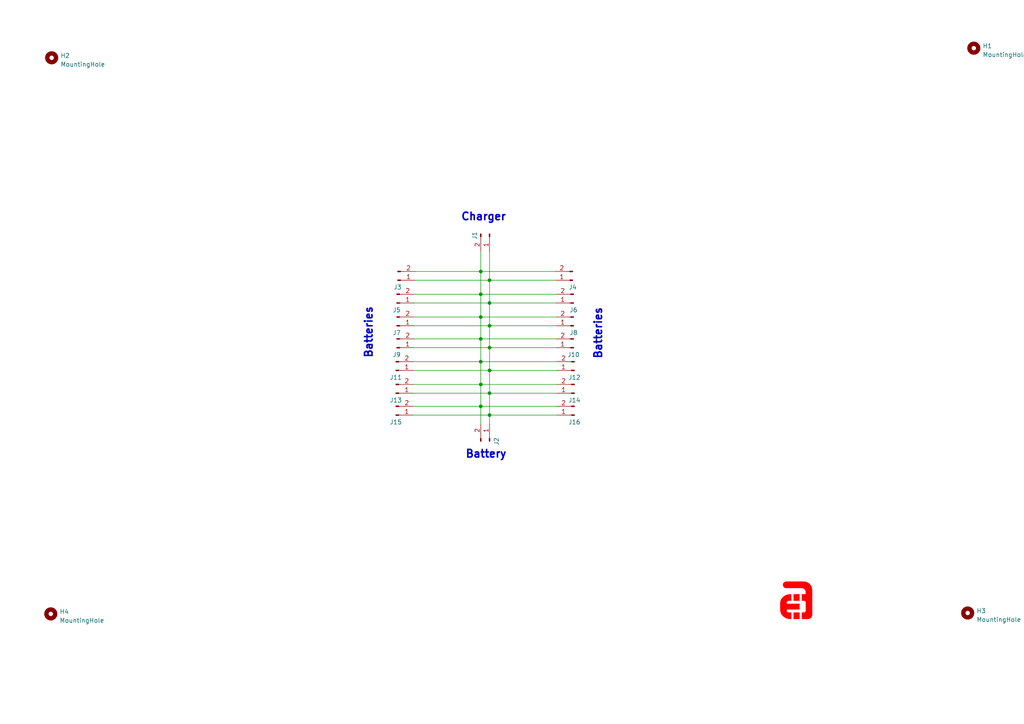
<source format=kicad_sch>
(kicad_sch (version 20231120) (generator "eeschema") (generator_version "8.0")
  (paper "A4")
  (lib_symbols
    (symbol "Connector:Conn_01x02_Pin" (pin_names (offset 1.016) hide)
      (property "Reference" "J" (at 0 2.54 0))
      (property "Value" "Conn_01x02_Pin" (at 0 -5.08 0))
      (symbol "Conn_01x02_Pin_1_1"
        (polyline (pts (xy 1.27 -2.54) (xy 0.8636 -2.54)) (stroke (width 0.1524)))
        (polyline (pts (xy 1.27 0) (xy 0.8636 0)) (stroke (width 0.1524)))
        (rectangle (start 0.8636 -2.413) (end 0 -2.667) (stroke (width 0.1524)) (fill (type outline)))
        (rectangle (start 0.8636 0.127) (end 0 -0.127) (stroke (width 0.1524)) (fill (type outline)))
        (pin passive line (at 5.08 0 180) (length 3.81) (name "Pin_1") (number "1"))
        (pin passive line (at 5.08 -2.54 180) (length 3.81) (name "Pin_2") (number "2"))
      )
    )
    (symbol "Mechanical:MountingHole" (pin_names (offset 1.016))
      (property "Reference" "H" (at 0 5.08 0))
      (property "Value" "MountingHole" (at 0 3.175 0))
      (symbol "MountingHole_0_1"
        (circle (center 0 0) (radius 1.27) (stroke (width 1.27)))
      )
    )
  )
  (junction (at 141.986 94.488))
  (junction (at 141.986 87.884))
  (junction (at 139.446 85.344))
  (junction (at 141.986 100.838))
  (junction (at 139.446 104.902))
  (junction (at 141.986 120.396))
  (junction (at 139.446 91.948))
  (junction (at 141.986 107.442))
  (junction (at 139.446 78.74))
  (junction (at 141.986 114.046))
  (junction (at 141.986 81.28))
  (junction (at 139.446 117.856))
  (junction (at 139.446 111.506))
  (junction (at 139.446 98.298))
  (wire (pts (xy 141.986 107.442) (xy 161.544 107.442)))
  (wire (pts (xy 161.544 120.396) (xy 141.986 120.396)))
  (wire (pts (xy 119.888 114.046) (xy 141.986 114.046)))
  (wire (pts (xy 141.986 120.396) (xy 141.986 122.936)))
  (wire (pts (xy 139.446 78.74) (xy 139.446 85.344)))
  (wire (pts (xy 141.986 81.28) (xy 141.986 87.884)))
  (wire (pts (xy 141.986 120.396) (xy 119.888 120.396)))
  (wire (pts (xy 119.888 107.442) (xy 141.986 107.442)))
  (wire (pts (xy 161.29 87.884) (xy 141.986 87.884)))
  (wire (pts (xy 139.446 104.902) (xy 161.544 104.902)))
  (wire (pts (xy 141.986 94.488) (xy 141.986 100.838)))
  (wire (pts (xy 120.142 87.884) (xy 141.986 87.884)))
  (wire (pts (xy 141.986 87.884) (xy 141.986 94.488)))
  (wire (pts (xy 161.544 117.856) (xy 139.446 117.856)))
  (wire (pts (xy 119.888 117.856) (xy 139.446 117.856)))
  (wire (pts (xy 139.446 85.344) (xy 139.446 91.948)))
  (wire (pts (xy 141.986 72.898) (xy 141.986 81.28)))
  (wire (pts (xy 139.446 85.344) (xy 161.29 85.344)))
  (wire (pts (xy 119.888 104.902) (xy 139.446 104.902)))
  (wire (pts (xy 141.986 114.046) (xy 141.986 120.396)))
  (wire (pts (xy 120.142 98.298) (xy 139.446 98.298)))
  (wire (pts (xy 119.888 111.506) (xy 139.446 111.506)))
  (wire (pts (xy 139.446 111.506) (xy 139.446 117.856)))
  (wire (pts (xy 120.142 85.344) (xy 139.446 85.344)))
  (wire (pts (xy 139.446 72.898) (xy 139.446 78.74)))
  (wire (pts (xy 161.29 98.298) (xy 139.446 98.298)))
  (wire (pts (xy 120.396 81.28) (xy 141.986 81.28)))
  (wire (pts (xy 161.544 114.046) (xy 141.986 114.046)))
  (wire (pts (xy 120.142 100.838) (xy 141.986 100.838)))
  (wire (pts (xy 139.446 117.856) (xy 139.446 122.936)))
  (wire (pts (xy 161.29 91.948) (xy 139.446 91.948)))
  (wire (pts (xy 141.986 107.442) (xy 141.986 114.046)))
  (wire (pts (xy 141.986 100.838) (xy 141.986 107.442)))
  (wire (pts (xy 139.446 78.74) (xy 161.036 78.74)))
  (wire (pts (xy 139.446 78.74) (xy 120.396 78.74)))
  (wire (pts (xy 161.036 81.28) (xy 141.986 81.28)))
  (wire (pts (xy 120.142 94.488) (xy 141.986 94.488)))
  (wire (pts (xy 141.986 94.488) (xy 161.29 94.488)))
  (wire (pts (xy 139.446 104.902) (xy 139.446 98.298)))
  (wire (pts (xy 120.142 91.948) (xy 139.446 91.948)))
  (wire (pts (xy 141.986 100.838) (xy 161.29 100.838)))
  (wire (pts (xy 139.446 111.506) (xy 139.446 104.902)))
  (wire (pts (xy 139.446 111.506) (xy 161.544 111.506)))
  (wire (pts (xy 139.446 91.948) (xy 139.446 98.298)))
  (image (at 230.886 174.244) (scale 0.424068))
  (text "Battery" (at 134.874 133.096 0) (effects (font (size 2.2 2.2) (thickness 0.44) (bold yes)) (justify left bottom)))
  (text "Charger" (at 133.604 64.262 0) (effects (font (size 2.2 2.2) (thickness 0.44) (bold yes)) (justify left bottom)))
  (text "Batteries" (at 108.204 104.14 90) (effects (font (size 2.2 2.2) (thickness 0.44) (bold yes)) (justify left bottom)))
  (text "Batteries" (at 174.752 89.154 90) (effects (font (size 2.2 2.2) (thickness 0.44) (bold yes)) (justify right bottom)))
  (symbol (lib_id "Connector:Conn_01x02_Pin") (at 141.986 128.016 270) (mirror x) (unit 1)
    (property "Reference" "J2" (at 144.018 128.016 0))
    (property "Value" "Conn_01x02_Pin" (effects (hide yes)))
    (property "Footprint" "Connector_AMASS:AMASS_XT30PW-M_1x02_P2.50mm_Horizontal" (effects (hide yes)))
    (property "lcsc" "C431092" (effects (hide yes)))
  )
  (symbol (lib_id "Connector:Conn_01x02_Pin") (at 166.624 114.046 180) (unit 1)
    (property "Reference" "J14" (at 166.624 116.078 0))
    (property "Value" "Conn_01x02_Pin" (effects (hide yes)))
    (property "Footprint" "Connector_AMASS:AMASS_XT30PW-M_1x02_P2.50mm_Horizontal" (effects (hide yes)))
    (property "lcsc" "C431092" (effects (hide yes)))
  )
  (symbol (lib_id "Connector:Conn_01x02_Pin") (at 114.808 114.046 0) (mirror x) (unit 1)
    (property "Reference" "J13" (at 114.808 116.078 0))
    (property "Value" "Conn_01x02_Pin" (effects (hide yes)))
    (property "Footprint" "Connector_AMASS:AMASS_XT30PW-M_1x02_P2.50mm_Horizontal" (effects (hide yes)))
    (property "lcsc" "C431092" (effects (hide yes)))
  )
  (symbol (lib_id "Connector:Conn_01x02_Pin") (at 114.808 107.442 0) (mirror x) (unit 1)
    (property "Reference" "J11" (at 114.808 109.474 0))
    (property "Value" "Conn_01x02_Pin" (effects (hide yes)))
    (property "Footprint" "Connector_AMASS:AMASS_XT30PW-M_1x02_P2.50mm_Horizontal" (effects (hide yes)))
    (property "lcsc" "C431092" (effects (hide yes)))
  )
  (symbol (lib_id "Connector:Conn_01x02_Pin") (at 115.062 87.884 0) (mirror x) (unit 1)
    (property "Reference" "J5" (at 115.062 89.916 0))
    (property "Value" "Conn_01x02_Pin" (effects (hide yes)))
    (property "Footprint" "Connector_AMASS:AMASS_XT30PW-M_1x02_P2.50mm_Horizontal" (effects (hide yes)))
    (property "lcsc" "C431092" (effects (hide yes)))
  )
  (symbol (lib_id "Connector:Conn_01x02_Pin") (at 166.624 107.442 180) (unit 1)
    (property "Reference" "J12" (at 166.624 109.474 0))
    (property "Value" "Conn_01x02_Pin" (effects (hide yes)))
    (property "Footprint" "Connector_AMASS:AMASS_XT30PW-M_1x02_P2.50mm_Horizontal" (effects (hide yes)))
    (property "lcsc" "C431092" (effects (hide yes)))
  )
  (symbol (lib_id "Connector:Conn_01x02_Pin") (at 166.37 100.838 180) (unit 1)
    (property "Reference" "J10" (at 166.37 102.87 0))
    (property "Value" "Conn_01x02_Pin" (effects (hide yes)))
    (property "Footprint" "Connector_AMASS:AMASS_XT30PW-M_1x02_P2.50mm_Horizontal" (effects (hide yes)))
    (property "lcsc" "C431092" (effects (hide yes)))
  )
  (symbol (lib_id "Mechanical:MountingHole") (at 280.67 177.8 0) (unit 1)
    (property "Reference" "H3" (at 283.21 177.165 0) (effects (justify left)))
    (property "Value" "MountingHole" (at 283.21 179.705 0) (effects (justify left)))
    (property "Footprint" "MountingHole:MountingHole_3.2mm_M3_DIN965_Pad" (effects (hide yes)))
  )
  (symbol (lib_id "Connector:Conn_01x02_Pin") (at 114.808 120.396 0) (mirror x) (unit 1)
    (property "Reference" "J15" (at 114.808 122.428 0))
    (property "Value" "Conn_01x02_Pin" (effects (hide yes)))
    (property "Footprint" "Connector_AMASS:AMASS_XT30PW-M_1x02_P2.50mm_Horizontal" (effects (hide yes)))
    (property "lcsc" "C431092" (effects (hide yes)))
  )
  (symbol (lib_id "Connector:Conn_01x02_Pin") (at 141.986 67.818 270) (unit 1)
    (property "Reference" "J1" (at 137.668 68.326 0))
    (property "Value" "Conn_01x02_Pin" (effects (hide yes)))
    (property "Footprint" "Acea:AMASS_XT60PW-M_1x02_P7.20mm_Horizontal" (effects (hide yes)))
    (property "lcsc" "C428722" (effects (hide yes)))
  )
  (symbol (lib_id "Connector:Conn_01x02_Pin") (at 166.37 87.884 180) (unit 1)
    (property "Reference" "J6" (at 166.37 89.916 0))
    (property "Value" "Conn_01x02_Pin" (effects (hide yes)))
    (property "Footprint" "Connector_AMASS:AMASS_XT30PW-M_1x02_P2.50mm_Horizontal" (effects (hide yes)))
    (property "lcsc" "C431092" (effects (hide yes)))
  )
  (symbol (lib_id "Mechanical:MountingHole") (at 14.986 16.764 0) (unit 1)
    (property "Reference" "H2" (at 17.526 16.129 0) (effects (justify left)))
    (property "Value" "MountingHole" (at 17.526 18.669 0) (effects (justify left)))
    (property "Footprint" "MountingHole:MountingHole_3.2mm_M3_DIN965_Pad" (effects (hide yes)))
  )
  (symbol (lib_id "Connector:Conn_01x02_Pin") (at 115.316 81.28 0) (mirror x) (unit 1)
    (property "Reference" "J3" (at 115.316 83.312 0))
    (property "Value" "Conn_01x02_Pin" (effects (hide yes)))
    (property "Footprint" "Connector_AMASS:AMASS_XT30PW-M_1x02_P2.50mm_Horizontal" (effects (hide yes)))
    (property "lcsc" "C431092" (effects (hide yes)))
  )
  (symbol (lib_id "Connector:Conn_01x02_Pin") (at 115.062 100.838 0) (mirror x) (unit 1)
    (property "Reference" "J9" (at 115.062 102.87 0))
    (property "Value" "Conn_01x02_Pin" (effects (hide yes)))
    (property "Footprint" "Connector_AMASS:AMASS_XT30PW-M_1x02_P2.50mm_Horizontal" (effects (hide yes)))
    (property "lcsc" "C431092" (effects (hide yes)))
  )
  (symbol (lib_id "Connector:Conn_01x02_Pin") (at 166.624 120.396 180) (unit 1)
    (property "Reference" "J16" (at 166.624 122.428 0))
    (property "Value" "Conn_01x02_Pin" (effects (hide yes)))
    (property "Footprint" "Connector_AMASS:AMASS_XT30PW-M_1x02_P2.50mm_Horizontal" (effects (hide yes)))
    (property "lcsc" "C431092" (effects (hide yes)))
  )
  (symbol (lib_id "Mechanical:MountingHole") (at 282.448 13.97 0) (unit 1)
    (property "Reference" "H1" (at 284.988 13.335 0) (effects (justify left)))
    (property "Value" "MountingHole" (at 284.988 15.875 0) (effects (justify left)))
    (property "Footprint" "MountingHole:MountingHole_3.2mm_M3_DIN965_Pad" (effects (hide yes)))
  )
  (symbol (lib_id "Mechanical:MountingHole") (at 14.732 178.054 0) (unit 1)
    (property "Reference" "H4" (at 17.272 177.419 0) (effects (justify left)))
    (property "Value" "MountingHole" (at 17.272 179.959 0) (effects (justify left)))
    (property "Footprint" "MountingHole:MountingHole_3.2mm_M3_DIN965_Pad" (effects (hide yes)))
  )
  (symbol (lib_id "Connector:Conn_01x02_Pin") (at 166.116 81.28 180) (unit 1)
    (property "Reference" "J4" (at 166.116 83.312 0))
    (property "Value" "Conn_01x02_Pin" (effects (hide yes)))
    (property "Footprint" "Connector_AMASS:AMASS_XT30PW-M_1x02_P2.50mm_Horizontal" (effects (hide yes)))
    (property "lcsc" "C431092" (effects (hide yes)))
  )
  (symbol (lib_id "Connector:Conn_01x02_Pin") (at 115.062 94.488 0) (mirror x) (unit 1)
    (property "Reference" "J7" (at 115.062 96.52 0))
    (property "Value" "Conn_01x02_Pin" (effects (hide yes)))
    (property "Footprint" "Connector_AMASS:AMASS_XT30PW-M_1x02_P2.50mm_Horizontal" (effects (hide yes)))
    (property "lcsc" "C431092" (effects (hide yes)))
  )
  (symbol (lib_id "Connector:Conn_01x02_Pin") (at 166.37 94.488 180) (unit 1)
    (property "Reference" "J8" (at 166.37 96.52 0))
    (property "Value" "Conn_01x02_Pin" (effects (hide yes)))
    (property "Footprint" "Connector_AMASS:AMASS_XT30PW-M_1x02_P2.50mm_Horizontal" (effects (hide yes)))
    (property "lcsc" "C431092" (effects (hide yes)))
  )
)
</source>
